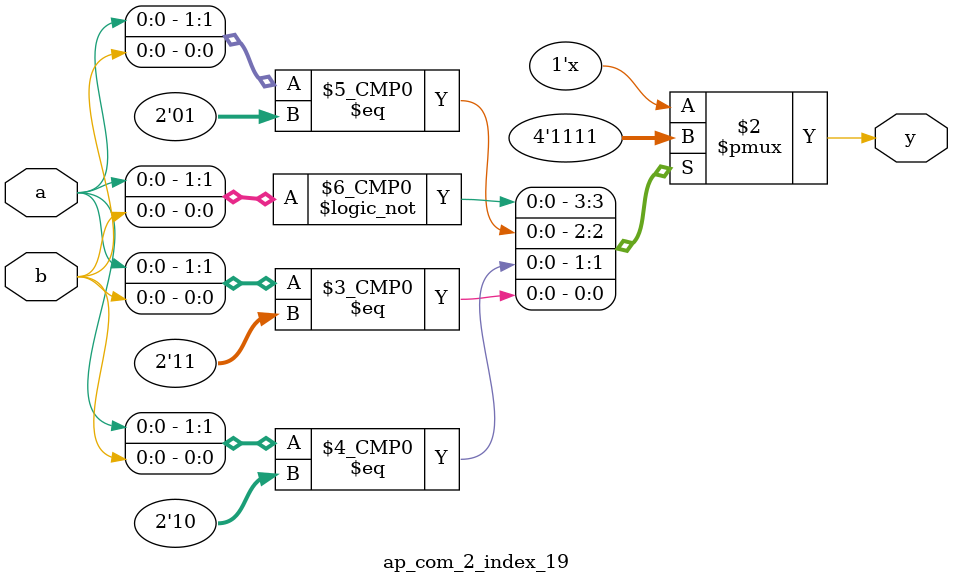
<source format=v>
module ap_com_4_index_0(
	input wire a,
	input wire b,
	input wire c,
	input wire d,
	output reg y
);

always @(*) begin
	case({a, b, c, d})
		4'b0000: y = 0;
		4'b0001: y = 0;
		4'b0010: y = 0;
		4'b0011: y = 1;
		4'b0100: y = 0;
		4'b0101: y = 0;
		4'b0110: y = 1;
		4'b0111: y = 1;
		4'b1000: y = 1;
		4'b1001: y = 1;
		4'b1010: y = 1;
		4'b1011: y = 1;
		4'b1100: y = 1;
		4'b1101: y = 1;
		4'b1110: y = 1;
		4'b1111: y = 1;
		default:;
	endcase
end

endmodule


module ap_com_4_index_1(
	input wire a,
	input wire b,
	input wire c,
	input wire d,
	output reg y
);

always @(*) begin
	case({a, b, c, d})
		4'b0000: y = 0;
		4'b0001: y = 0;
		4'b0010: y = 0;
		4'b0011: y = 1;
		4'b0100: y = 1;
		4'b0101: y = 1;
		4'b0110: y = 1;
		4'b0111: y = 1;
		4'b1000: y = 1;
		4'b1001: y = 1;
		4'b1010: y = 1;
		4'b1011: y = 1;
		4'b1100: y = 1;
		4'b1101: y = 1;
		4'b1110: y = 1;
		4'b1111: y = 1;
		default:;
	endcase
end

endmodule


module ap_com_3_index_2(
	input wire a,
	input wire b,
	input wire c,
	output reg y
);

always @(*) begin
	case({a, b, c})
		3'b000: y = 1;
		3'b001: y = 1;
		3'b010: y = 1;
		3'b011: y = 1;
		3'b100: y = 1;
		3'b101: y = 1;
		3'b110: y = 1;
		3'b111: y = 1;
		default:;
	endcase
end

endmodule


module ap_com_4_index_3(
	input wire a,
	input wire b,
	input wire c,
	input wire d,
	output reg y
);

always @(*) begin
	case({a, b, c, d})
		4'b0000: y = 0;
		4'b0001: y = 0;
		4'b0010: y = 0;
		4'b0011: y = 1;
		4'b0100: y = 0;
		4'b0101: y = 1;
		4'b0110: y = 0;
		4'b0111: y = 1;
		4'b1000: y = 0;
		4'b1001: y = 0;
		4'b1010: y = 0;
		4'b1011: y = 1;
		4'b1100: y = 0;
		4'b1101: y = 0;
		4'b1110: y = 0;
		4'b1111: y = 1;
		default:;
	endcase
end

endmodule


module ap_com_4_index_4(
	input wire a,
	input wire b,
	input wire c,
	input wire d,
	output reg y
);

always @(*) begin
	case({a, b, c, d})
		4'b0000: y = 0;
		4'b0001: y = 0;
		4'b0010: y = 1;
		4'b0011: y = 1;
		4'b0100: y = 1;
		4'b0101: y = 1;
		4'b0110: y = 1;
		4'b0111: y = 1;
		4'b1000: y = 1;
		4'b1001: y = 1;
		4'b1010: y = 0;
		4'b1011: y = 0;
		4'b1100: y = 1;
		4'b1101: y = 1;
		4'b1110: y = 0;
		4'b1111: y = 0;
		default:;
	endcase
end

endmodule


module ap_com_4_index_5(
	input wire a,
	input wire b,
	input wire c,
	input wire d,
	output reg y
);

always @(*) begin
	case({a, b, c, d})
		4'b0000: y = 1;
		4'b0001: y = 1;
		4'b0010: y = 1;
		4'b0011: y = 1;
		4'b0100: y = 0;
		4'b0101: y = 0;
		4'b0110: y = 0;
		4'b0111: y = 0;
		4'b1000: y = 1;
		4'b1001: y = 1;
		4'b1010: y = 1;
		4'b1011: y = 1;
		4'b1100: y = 0;
		4'b1101: y = 0;
		4'b1110: y = 0;
		4'b1111: y = 0;
		default:;
	endcase
end

endmodule


module ap_com_4_index_6(
	input wire a,
	input wire b,
	input wire c,
	input wire d,
	output reg y
);

always @(*) begin
	case({a, b, c, d})
		4'b0000: y = 0;
		4'b0001: y = 1;
		4'b0010: y = 1;
		4'b0011: y = 0;
		4'b0100: y = 0;
		4'b0101: y = 1;
		4'b0110: y = 0;
		4'b0111: y = 0;
		4'b1000: y = 0;
		4'b1001: y = 1;
		4'b1010: y = 1;
		4'b1011: y = 0;
		4'b1100: y = 0;
		4'b1101: y = 1;
		4'b1110: y = 0;
		4'b1111: y = 0;
		default:;
	endcase
end

endmodule


module ap_com_4_index_7(
	input wire a,
	input wire b,
	input wire c,
	input wire d,
	output reg y
);

always @(*) begin
	case({a, b, c, d})
		4'b0000: y = 1;
		4'b0001: y = 1;
		4'b0010: y = 0;
		4'b0011: y = 0;
		4'b0100: y = 1;
		4'b0101: y = 1;
		4'b0110: y = 1;
		4'b0111: y = 1;
		4'b1000: y = 1;
		4'b1001: y = 0;
		4'b1010: y = 1;
		4'b1011: y = 0;
		4'b1100: y = 1;
		4'b1101: y = 1;
		4'b1110: y = 1;
		4'b1111: y = 1;
		default:;
	endcase
end

endmodule


module ap_com_3_index_8(
	input wire a,
	input wire b,
	input wire c,
	output reg y
);

always @(*) begin
	case({a, b, c})
		3'b000: y = 0;
		3'b001: y = 0;
		3'b010: y = 0;
		3'b011: y = 0;
		3'b100: y = 0;
		3'b101: y = 0;
		3'b110: y = 0;
		3'b111: y = 0;
		default:;
	endcase
end

endmodule


module ap_com_4_index_9(
	input wire a,
	input wire b,
	input wire c,
	input wire d,
	output reg y
);

always @(*) begin
	case({a, b, c, d})
		4'b0000: y = 0;
		4'b0001: y = 1;
		4'b0010: y = 1;
		4'b0011: y = 1;
		4'b0100: y = 0;
		4'b0101: y = 0;
		4'b0110: y = 0;
		4'b0111: y = 0;
		4'b1000: y = 0;
		4'b1001: y = 1;
		4'b1010: y = 1;
		4'b1011: y = 1;
		4'b1100: y = 0;
		4'b1101: y = 0;
		4'b1110: y = 0;
		4'b1111: y = 0;
		default:;
	endcase
end

endmodule


module ap_com_2_index_10(
	input wire a,
	input wire b,
	output reg y
);

always @(*) begin
	case({a, b})
		2'b00: y = 1;
		2'b01: y = 1;
		2'b10: y = 1;
		2'b11: y = 1;
		default:;
	endcase
end

endmodule


module ap_com_4_index_11(
	input wire a,
	input wire b,
	input wire c,
	input wire d,
	output reg y
);

always @(*) begin
	case({a, b, c, d})
		4'b0000: y = 0;
		4'b0001: y = 0;
		4'b0010: y = 0;
		4'b0011: y = 1;
		4'b0100: y = 1;
		4'b0101: y = 1;
		4'b0110: y = 1;
		4'b0111: y = 1;
		4'b1000: y = 0;
		4'b1001: y = 0;
		4'b1010: y = 0;
		4'b1011: y = 1;
		4'b1100: y = 1;
		4'b1101: y = 1;
		4'b1110: y = 1;
		4'b1111: y = 1;
		default:;
	endcase
end

endmodule


module ap_com_4_index_12(
	input wire a,
	input wire b,
	input wire c,
	input wire d,
	output reg y
);

always @(*) begin
	case({a, b, c, d})
		4'b0000: y = 1;
		4'b0001: y = 1;
		4'b0010: y = 1;
		4'b0011: y = 1;
		4'b0100: y = 0;
		4'b0101: y = 0;
		4'b0110: y = 1;
		4'b0111: y = 0;
		4'b1000: y = 0;
		4'b1001: y = 0;
		4'b1010: y = 0;
		4'b1011: y = 0;
		4'b1100: y = 0;
		4'b1101: y = 0;
		4'b1110: y = 0;
		4'b1111: y = 0;
		default:;
	endcase
end

endmodule


module ap_com_3_index_13(
	input wire a,
	input wire b,
	input wire c,
	output reg y
);

always @(*) begin
	case({a, b, c})
		3'b000: y = 0;
		3'b001: y = 0;
		3'b010: y = 0;
		3'b011: y = 0;
		3'b100: y = 0;
		3'b101: y = 0;
		3'b110: y = 0;
		3'b111: y = 0;
		default:;
	endcase
end

endmodule


module ap_com_2_index_14(
	input wire a,
	input wire b,
	output reg y
);

always @(*) begin
	case({a, b})
		2'b00: y = 1;
		2'b01: y = 1;
		2'b10: y = 1;
		2'b11: y = 1;
		default:;
	endcase
end

endmodule


module ap_com_3_index_15(
	input wire a,
	input wire b,
	input wire c,
	output reg y
);

always @(*) begin
	case({a, b, c})
		3'b000: y = 0;
		3'b001: y = 0;
		3'b010: y = 0;
		3'b011: y = 0;
		3'b100: y = 1;
		3'b101: y = 1;
		3'b110: y = 1;
		3'b111: y = 1;
		default:;
	endcase
end

endmodule


module ap_com_2_index_16(
	input wire a,
	input wire b,
	output reg y
);

always @(*) begin
	case({a, b})
		2'b00: y = 1;
		2'b01: y = 0;
		2'b10: y = 1;
		2'b11: y = 0;
		default:;
	endcase
end

endmodule


module ap_com_2_index_17(
	input wire a,
	input wire b,
	output reg y
);

always @(*) begin
	case({a, b})
		2'b00: y = 0;
		2'b01: y = 0;
		2'b10: y = 0;
		2'b11: y = 0;
		default:;
	endcase
end

endmodule


module ap_com_2_index_18(
	input wire a,
	input wire b,
	output reg y
);

always @(*) begin
	case({a, b})
		2'b00: y = 0;
		2'b01: y = 0;
		2'b10: y = 0;
		2'b11: y = 0;
		default:;
	endcase
end

endmodule


module ap_com_2_index_19(
	input wire a,
	input wire b,
	output reg y
);

always @(*) begin
	case({a, b})
		2'b00: y = 1;
		2'b01: y = 1;
		2'b10: y = 1;
		2'b11: y = 1;
		default:;
	endcase
end

endmodule



</source>
